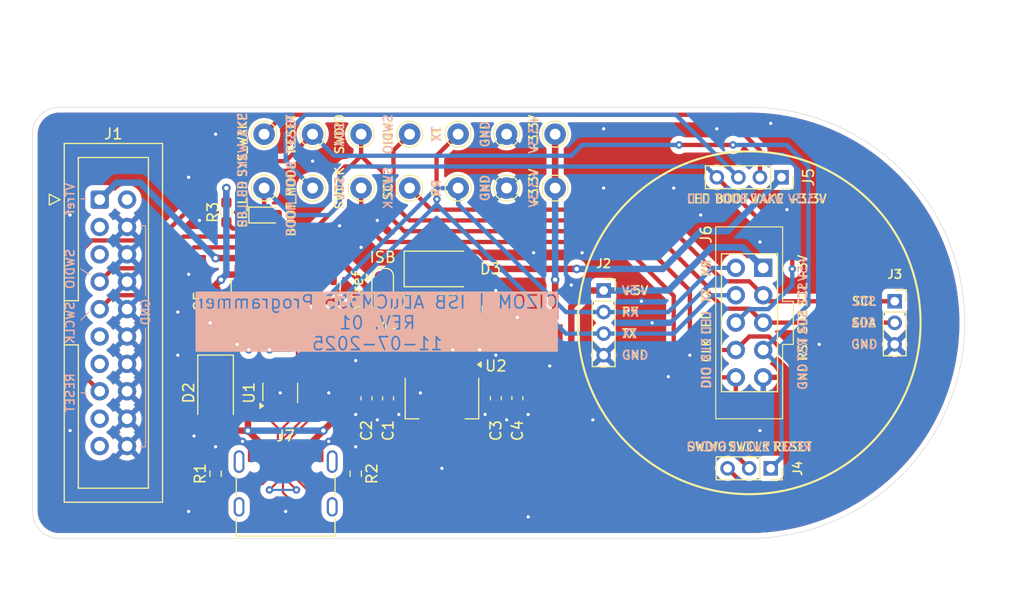
<source format=kicad_pcb>
(kicad_pcb (version 20241229) (generator "pcbnew") (generator_version "9.0")
  (layers (0 "F.Cu" signal) (2 "B.Cu" signal) (13 "F.Paste" user) (15 "B.Paste" user) (5 "F.SilkS" user "F.Silkscreen") (7 "B.SilkS" user "B.Silkscreen") (1 "F.Mask" user) (3 "B.Mask" user) (25 "Edge.Cuts" user))
  (net 0 "")
  (net 1 "VBUS")
  (net 2 "GND")
  (net 3 "+3.3V")
  (net 4 "SB_LED")
  (net 9 "SWDIO")
  (net 10 "RESET")
  (net 14 "+3.3VADC")
  (net 15 "SWCLK")
  (net 16 "TX")
  (net 17 "+5V")
  (net 18 "RX")
  (net 19 "SCL")
  (net 20 "SDA")
  (net 21 "+3.3VP")
  (net 22 "SYS_WAKE")
  (net 23 "BOOT_MODE")
  (net 24 "Net-(J7-CC2)")
  (net 26 "/D+")
  (net 30 "Net-(J7-CC1)")
  (net 32 "/D-")
  (net 45 "Net-(D1-A)")
  (net 46 "Net-(D3-K)")
  (net 47 "Net-(D4-K)")
  (footprint "Jumper:SolderJumper-3_P1.3mm_Open_RoundedPad1.0x1.5mm" (layer "F.Cu") (at 80.5 97 -90)
    (property "Reference" "JP1" (hide yes))
    (property "Value" "SolderJumper_3_Open")
  )
  (footprint "TestPoint:TestPoint_THTPad_D2.0mm_Drill1.0mm" (layer "F.Cu") (at 92 82.5)
    (property "Reference" "TP10" (hide yes))
    (property "Value" "GND")
  )
  (footprint "Capacitor_SMD:C_0603_1608Metric_Pad1.08x0.95mm_HandSolder" (layer "F.Cu") (at 65 98 -90)
    (property "Reference" "C5")
    (property "Value" "100nF")
  )
  (footprint "Resistor_SMD:R_0603_1608Metric_Pad0.98x0.95mm_HandSolder" (layer "F.Cu") (at 78 114 90)
    (property "Reference" "R2")
    (property "Value" "5.1K")
  )
  (footprint "TestPoint:TestPoint_THTPad_D2.0mm_Drill1.0mm" (layer "F.Cu") (at 96.5 82.5)
    (property "Reference" "TP8" (hide yes))
    (property "Value" "+3.3V")
  )
  (footprint "TestPoint:TestPoint_THTPad_D2.0mm_Drill1.0mm" (layer "F.Cu") (at 78.5 82.5)
    (property "Reference" "TP13" (hide yes))
    (property "Value" "SWDIO")
  )
  (footprint "Connector_PinSocket_2.00mm:PinSocket_1x03_P2.00mm_Vertical" (layer "F.Cu") (at 128 98)
    (property "Reference" "J3")
    (property "Value" "I2C")
  )
  (footprint "Package_TO_SOT_SMD:SOT-223-3_TabPin2" (layer "F.Cu") (at 86 107 -90)
    (property "Reference" "U2")
    (property "Value" "AMS1117-3.3")
  )
  (footprint "TestPoint:TestPoint_THTPad_D2.0mm_Drill1.0mm" (layer "F.Cu") (at 74 87.5)
    (property "Reference" "TP2" (hide yes))
    (property "Value" "BOOT_MODE")
  )
  (footprint "TestPoint:TestPoint_THTPad_D2.0mm_Drill1.0mm" (layer "F.Cu") (at 78.5 87.5)
    (property "Reference" "TP12" (hide yes))
    (property "Value" "SWCLK")
  )
  (footprint "TestPoint:TestPoint_THTPad_D2.0mm_Drill1.0mm" (layer "F.Cu") (at 74 82.5)
    (property "Reference" "TP11" (hide yes))
    (property "Value" "RESET")
  )
  (footprint "Connector_IDC:IDC-Header_2x10_P2.54mm_Vertical" (layer "F.Cu") (at 54.2475 88.57)
    (property "Reference" "J1")
    (property "Value" "miDAS-Link")
  )
  (footprint "TestPoint:TestPoint_THTPad_D2.0mm_Drill1.0mm" (layer "F.Cu") (at 96.5 87.5)
    (property "Reference" "TP14" (hide yes))
    (property "Value" "+3.3V")
  )
  (footprint "Connector_PinSocket_2.00mm:PinSocket_1x04_P2.00mm_Vertical" (layer "F.Cu") (at 117.5 86.5 -90)
    (property "Reference" "J5")
    (property "Value" "Control Pins")
  )
  (footprint "Diode_SMD:D_SMA" (layer "F.Cu") (at 86 95)
    (property "Reference" "D3")
    (property "Value" "SS34")
  )
  (footprint "Connector_PinSocket_2.00mm:PinSocket_1x04_P2.00mm_Vertical" (layer "F.Cu") (at 101 97)
    (property "Reference" "J2")
    (property "Value" "UART & Power")
  )
  (footprint "Package_SO:SOIC-16_3.9x9.9mm_P1.27mm" (layer "F.Cu") (at 71.5 98 90)
    (property "Reference" "U3")
    (property "Value" "CH340C")
  )
  (footprint "LED_SMD:LED_0603_1608Metric_Pad1.05x0.95mm_HandSolder" (layer "F.Cu") (at 69.75 90)
    (property "Reference" "D1" (hide yes))
    (property "Value" "LED")
  )
  (footprint "TestPoint:TestPoint_THTPad_D2.0mm_Drill1.0mm" (layer "F.Cu") (at 92 87.5)
    (property "Reference" "TP9" (hide yes))
    (property "Value" "GND")
  )
  (footprint "Capacitor_SMD:C_0603_1608Metric_Pad1.08x0.95mm_HandSolder" (layer "F.Cu") (at 93 107 -90)
    (property "Reference" "C4")
    (property "Value" "100nF")
  )
  (footprint "Capacitor_SMD:C_0603_1608Metric_Pad1.08x0.95mm_HandSolder" (layer "F.Cu") (at 81 107 -90)
    (property "Reference" "C1")
    (property "Value" "100nF")
  )
  (footprint "Resistor_SMD:R_0603_1608Metric_Pad0.98x0.95mm_HandSolder" (layer "F.Cu") (at 65 114 90)
    (property "Reference" "R1")
    (property "Value" "5.1K")
  )
  (footprint "TestPoint:TestPoint_THTPad_D2.0mm_Drill1.0mm" (layer "F.Cu") (at 83 82.5)
    (property "Reference" "TP7" (hide yes))
    (property "Value" "SDA")
  )
  (footprint "TestPoint:TestPoint_THTPad_D2.0mm_Drill1.0mm" (layer "F.Cu") (at 83 87.5)
    (property "Reference" "TP6" (hide yes))
    (property "Value" "SCL")
  )
  (footprint "OGS_BASE:PinSocket_2x05_P2.54mm_Vertical-idc" (layer "F.Cu") (at 115.8 94.9)
    (property "Reference" "J6")
    (property "Value" "Conn_02x05_Odd_Even")
  )
  (footprint "TestPoint:TestPoint_THTPad_D2.0mm_Drill1.0mm" (layer "F.Cu") (at 87.5 87.5)
    (property "Reference" "TP4" (hide yes))
    (property "Value" "RX")
  )
  (footprint "Capacitor_SMD:C_0603_1608Metric_Pad1.08x0.95mm_HandSolder" (layer "F.Cu") (at 79 107 -90)
    (property "Reference" "C2")
    (property "Value" "10uF")
  )
  (footprint "Capacitor_SMD:C_0603_1608Metric_Pad1.08x0.95mm_HandSolder" (layer "F.Cu") (at 91 107 -90)
    (property "Reference" "C3")
    (property "Value" "10uF")
  )
  (footprint "Package_TO_SOT_SMD:SOT-23-6_Handsoldering" (layer "F.Cu") (at 71 106.5 90)
    (property "Reference" "U1")
    (property "Value" "SRV05-4")
  )
  (footprint "Diode_SMD:D_SMA" (layer "F.Cu") (at 65 106.5 -90)
    (property "Reference" "D2")
    (property "Value" "SS34")
  )
  (footprint "Resistor_SMD:R_0603_1608Metric_Pad0.98x0.95mm_HandSolder" (layer "F.Cu") (at 66 89.75 -90)
    (property "Reference" "R3")
    (property "Value" "330")
  )
  (footprint "TestPoint:TestPoint_THTPad_D2.0mm_Drill1.0mm" (layer "F.Cu") (at 87.5 82.5)
    (property "Reference" "TP5" (hide yes))
    (property "Value" "TX")
  )
  (footprint "Connector_PinSocket_2.00mm:PinSocket_1x03_P2.00mm_Vertical" (layer "F.Cu") (at 116.5 113.5 -90)
    (property "Reference" "J4")
    (property "Value" "Programming")
  )
  (footprint "Connector_USB:USB_C_Receptacle_G-Switch_GT-USB-7010ASV" (layer "F.Cu") (at 71.5 116)
    (property "Reference" "J7")
    (property "Value" "USB_C_Receptacle_USB2.0_16P")
  )
  (footprint "TestPoint:TestPoint_THTPad_D2.0mm_Drill1.0mm" (layer "F.Cu") (at 69.5 87.5)
    (property "Reference" "TP3" (hide yes))
    (property "Value" "SB_LED")
  )
  (footprint "Diode_SMD:D_SMA" (layer "F.Cu") (at 86 99)
    (property "Reference" "D4")
    (property "Value" "SS34")
  )
  (footprint "TestPoint:TestPoint_THTPad_D2.0mm_Drill1.0mm" (layer "F.Cu") (at 69.5 82.5)
    (property "Reference" "TP1" (hide yes))
    (property "Value" "SYS_WAKE")
  )
  (gr_circle (center 114.5 99.995) (end 114.5 84.095) (stroke (width 0.2)) (fill no) (layer "F.SilkS"))
  (gr_line (start 58.5 91) (end 58.5 97.5) (stroke (width 0.1)) (layer "B.SilkS"))
  (gr_line (start 58.5 100.5) (end 58.5 111.5) (stroke (width 0.1)) (layer "B.SilkS"))
  (gr_line (start 53.25 99) (end 52.5 99.75) (stroke (width 0.1)) (layer "B.SilkS"))
  (gr_line (start 53 88.5) (end 52.5 88.5) (stroke (width 0.1)) (layer "B.SilkS"))
  (gr_line (start 53.25 95.5) (end 52.5 95) (stroke (width 0.1)) (layer "B.SilkS"))
  (gr_line (start 53 106.5) (end 52.5 106.5) (stroke (width 0.1)) (layer "B.SilkS"))
  (gr_line (start 58 91) (end 58.5 91) (stroke (width 0.1)) (layer "B.SilkS"))
  (gr_line (start 58.5 111.5) (end 58 111.5) (stroke (width 0.1)) (layer "B.SilkS"))
  (gr_arc (start 50.5 120) (mid 48.732233 119.267767) (end 48 117.5) (stroke (width 0.05)) (layer "Edge.Cuts"))
  (gr_arc (start 114.5 80) (mid 134.5 100) (end 114.5 120) (stroke (width 0.05)) (layer "Edge.Cuts"))
  (gr_arc (start 48 82.5) (mid 48.732233 80.732233) (end 50.5 80) (stroke (width 0.05)) (layer "Edge.Cuts"))
  (gr_line (start 48 82.5) (end 48 117.5) (stroke (width 0.05)) (layer "Edge.Cuts"))
  (gr_line (start 50.5 120) (end 114.5 120) (stroke (width 0.05)) (layer "Edge.Cuts"))
  (gr_line (start 114.5 80) (end 50.5 80) (stroke (width 0.05)) (layer "Edge.Cuts"))
  (gr_text "SCL" (at 126.35 98 0) (layer "F.SilkS") (effects (font (size 0.8 0.8) (thickness 0.15) (bold yes)) (justify right)))
  (gr_text "GND" (at 102.6 103 -0) (layer "F.SilkS") (effects (font (size 0.8 0.8) (thickness 0.15) (bold yes)) (justify left)))
  (gr_text "SCL" (at 119 97.38 -270) (layer "F.SilkS") (effects (font (size 0.8 0.8) (thickness 0.15) (bold yes)) (justify top)))
  (gr_text "CLK" (at 111 102.54 -270) (layer "F.SilkS") (effects (font (size 0.8 0.8) (thickness 0.15) (bold yes)) (justify bottom)))
  (gr_text "DIO" (at 111 105.08 -270) (layer "F.SilkS") (effects (font (size 0.8 0.8) (thickness 0.15) (bold yes)) (justify bottom)))
  (gr_text "+3.3V" (at 118 88.5 0) (layer "F.SilkS") (effects (font (size 0.8 0.8) (thickness 0.15) (bold yes)) (justify left)))
  (gr_text "GND" (at 126.5 102 -0) (layer "F.SilkS") (effects (font (size 0.8 0.8) (thickness 0.15) (bold yes)) (justify right)))
  (gr_text "SWDIO" (at 112.5 111.5 0) (layer "F.SilkS") (effects (font (size 0.8 0.8) (thickness 0.15) (bold yes)) (justify right)))
  (gr_text "SDA" (at 119 99.92 -270) (layer "F.SilkS") (effects (font (size 0.8 0.8) (thickness 0.15) (bold yes)) (justify top)))
  (gr_text "WAKE" (at 114.5 88.5 0) (layer "F.SilkS") (effects (font (size 0.8 0.8) (thickness 0.15) (bold yes)) (justify left)))
  (gr_text "LED" (at 111 100 -270) (layer "F.SilkS") (effects (font (size 0.8 0.8) (thickness 0.15) (bold yes)) (justify bottom)))
  (gr_text "RX" (at 111 94.92 -270) (layer "F.SilkS") (effects (font (size 0.8 0.8) (thickness 0.15) (bold yes)) (justify bottom)))
  (gr_text "+5V" (at 102.6 97 0) (layer "F.SilkS") (effects (font (size 0.8 0.8) (thickness 0.15) (bold yes)) (justify left)))
  (gr_text "GND" (at 119 105 -270) (layer "F.SilkS") (effects (font (size 0.8 0.8) (thickness 0.15) (bold yes)) (justify top)))
  (gr_text "SDA" (at 126.35 100 -0) (layer "F.SilkS") (effects (font (size 0.8 0.8) (thickness 0.15) (bold yes)) (justify right)))
  (gr_text "VTref" (at 78.75 97 90) (layer "F.SilkS") (effects (font (size 1 1)) (justify bottom)))
  (gr_text "RST" (at 119 102.46 -270) (layer "F.SilkS") (effects (font (size 0.8 0.8) (thickness 0.15) (bold yes)) (justify top)))
  (gr_text "BOOT" (at 114.5 88.5 0) (layer "F.SilkS") (effects (font (size 0.8 0.8) (thickness 0.15) (bold yes)) (justify right)))
  (gr_text "LED" (at 111 88.5 0) (layer "F.SilkS") (effects (font (size 0.8 0.8) (thickness 0.15) (bold yes)) (justify right)))
  (gr_text "SWCLK" (at 114.5 111.5 0) (layer "F.SilkS") (effects (font (size 0.8 0.8) (thickness 0.15) (bold yes))))
  (gr_text "TX" (at 102.6 101 0) (layer "F.SilkS") (effects (font (size 0.8 0.8) (thickness 0.15) (bold yes)) (justify left)))
  (gr_text "ISB" (at 80.5 94.5 0) (layer "F.SilkS") (effects (font (size 1 1)) (justify bottom)))
  (gr_text "RX" (at 102.6 99 -0) (layer "F.SilkS") (effects (font (size 0.8 0.8) (thickness 0.15) (bold yes)) (justify left)))
  (gr_text "RESET" (at 116.6 111.5 0) (layer "F.SilkS") (effects (font (size 0.8 0.8) (thickness 0.15) (bold yes)) (justify left)))
  (gr_text "AMS" (at 80.5 99.5 0) (layer "F.SilkS") (effects (font (size 1 1)) (justify top)))
  (gr_text "TX" (at 111 97.46 -270) (layer "F.SilkS") (effects (font (size 0.8 0.8) (thickness 0.15) (bold yes)) (justify bottom)))
  (gr_text "+5V" (at 119 94.92 -270) (layer "F.SilkS") (effects (font (size 0.8 0.8) (thickness 0.15) (bold yes)) (justify top)))
  (gr_text "RX" (at 111 94.92 -270) (layer "B.SilkS") (effects (font (size 0.8 0.8) (thickness 0.15) (bold yes)) (justify bottom mirror)))
  (gr_text "GND" (at 58.5 99 90) (layer "B.SilkS") (effects (font (size 0.8 0.8) (thickness 0.15) (bold yes)) (justify mirror)))
  (gr_text "SCL" (at 119 97.38 -270) (layer "B.SilkS") (effects (font (size 0.8 0.8) (thickness 0.15) (bold yes)) (justify top mirror)))
  (gr_text "SDA" (at 126.35 100 -0) (layer "B.SilkS") (effects (font (size 0.8 0.8) (thickness 0.15) (bold yes)) (justify left mirror)))
  (gr_text "CLK" (at 111 102.54 -270) (layer "B.SilkS") (effects (font (size 0.8 0.8) (thickness 0.15) (bold yes)) (justify bottom mirror)))
  (gr_text "RST" (at 119 102.46 -270) (layer "B.SilkS") (effects (font (size 0.8 0.8) (thickness 0.15) (bold yes)) (justify top mirror)))
  (gr_text "WAKE" (at 114.5 88.5 0) (layer "B.SilkS") (effects (font (size 0.8 0.8) (thickness 0.15) (bold yes)) (justify right mirror)))
  (gr_text "GND" (at 90 87.5 90) (layer "B.SilkS") (effects (font (size 0.8 0.8) (thickness 0.15) (bold yes)) (justify mirror)))
  (gr_text "SCL" (at 76.5 87.5 90) (layer "B.SilkS") (effects (font (size 0.8 0.8) (thickness 0.15) (bold yes)) (justify mirror)))
  (gr_text "SWDIO" (at 81 82.5 90) (layer "B.SilkS") (effects (font (size 0.8 0.8) (thickness 0.15) (bold yes)) (justify mirror)))
  (gr_text "GND" (at 102.6 103 -0) (layer "B.SilkS") (effects (font (size 0.8 0.8) (thickness 0.15) (bold yes)) (justify right mirror)))
  (gr_text "BOOT" (at 114.5 88.5 0) (layer "B.SilkS") (effects (font (size 0.8 0.8) (thickness 0.15) (bold yes)) (justify left mirror)))
  (gr_text "RESET" (at 72 82.5 90) (layer "B.SilkS") (effects (font (size 0.8 0.8) (thickness 0.15) (bold yes)) (justify mirror)))
  (gr_text "SDA" (at 119 99.92 -270) (layer "B.SilkS") (effects (font (size 0.8 0.8) (thickness 0.15) (bold yes)) (justify top mirror)))
  (gr_text "LED" (at 111 100 -270) (layer "B.SilkS") (effects (font (size 0.8 0.8) (thickness 0.15) (bold yes)) (justify bottom mirror)))
  (gr_text "RESET" (at 116.6 111.5 0) (layer "B.SilkS") (effects (font (size 0.8 0.8) (thickness 0.15) (bold yes)) (justify right mirror)))
  (gr_text "SWDIO" (at 51.5 95 90) (layer "B.SilkS") (effects (font (size 0.8 0.8)) (justify mirror)))
  (gr_text "SWCLK" (at 81 87.5 90) (layer "B.SilkS") (effects (font (size 0.8 0.8) (thickness 0.15) (bold yes)) (justify mirror)))
  (gr_text "+3.3V" (at 118 88.5 0) (layer "B.SilkS") (effects (font (size 0.8 0.8) (thickness 0.15) (bold yes)) (justify right mirror)))
  (gr_text "GND" (at 90 82.5 90) (layer "B.SilkS") (effects (font (size 0.8 0.8) (thickness 0.15) (bold yes)) (justify mirror)))
  (gr_text "SCL" (at 126.35 98 0) (layer "B.SilkS") (effects (font (size 0.8 0.8) (thickness 0.15) (bold yes)) (justify left mirror)))
  (gr_text "SB_LED" (at 67.5 89 90) (layer "B.SilkS") (effects (font (size 0.8 0.8) (thickness 0.15) (bold yes)) (justify mirror)))
  (gr_text "+5V" (at 119 94.92 -270) (layer "B.SilkS") (effects (font (size 0.8 0.8) (thickness 0.15) (bold yes)) (justify top mirror)))
  (gr_text "SWDIO" (at 112.5 111.5 0) (layer "B.SilkS") (effects (font (size 0.8 0.8) (thickness 0.15) (bold yes)) (justify left mirror)))
  (gr_text "SYS_WAKE" (at 67.5 83.5 90) (layer "B.SilkS") (effects (font (size 0.8 0.8) (thickness 0.15) (bold yes)) (justify mirror)))
  (gr_text "SWCLK" (at 114.5 111.5 0) (layer "B.SilkS") (effects (font (size 0.8 0.8) (thickness 0.15) (bold yes)) (justify mirror)))
  (gr_text "LED" (at 111 88.5 0) (layer "B.SilkS") (effects (font (size 0.8 0.8) (thickness 0.15) (bold yes)) (justify left mirror)))
  (gr_text "SDA" (at 76.5 82.5 90) (layer "B.SilkS") (effects (font (size 0.8 0.8) (thickness 0.15) (bold yes)) (justify mirror)))
  (gr_text "GND" (at 119 105 -270) (layer "B.SilkS") (effects (font (size 0.8 0.8) (thickness 0.15) (bold yes)) (justify top mirror)))
  (gr_text "+3.3V" (at 94.5 82.5 90) (layer "B.SilkS") (effects (font (size 0.8 0.8) (thickness 0.15) (bold yes)) (justify mirror)))
  (gr_text "+5V" (at 102.6 97 0) (layer "B.SilkS") (effects (font (size 0.8 0.8) (thickness 0.15) (bold yes)) (justify right mirror)))
  (gr_text "OIZOM | ISB ADuCM355 Programmer\nREV. 01\n11-07-2025" (at 80 100 0) (layer "B.SilkS" knockout) (effects (font (size 1.2 1.2)) (justify mirror)))
  (gr_text "TX" (at 85.5 82.5 90) (layer "B.SilkS") (effects (font (size 0.8 0.8) (thickness 0.15) (bold yes)) (justify mirror)))
  (gr_text "SWCLK" (at 51.5 100 90) (layer "B.SilkS") (effects (font (size 0.8 0.8)) (justify mirror)))
  (gr_text "TX" (at 102.6 101 0) (layer "B.SilkS") (effects (font (size 0.8 0.8) (thickness 0.15) (bold yes)) (justify right mirror)))
  (gr_text "RX" (at 85.5 87.5 90) (layer "B.SilkS") (effects (font (size 0.8 0.8) (thickness 0.15) (bold yes)) (justify mirror)))
  (gr_text "TX" (at 111 97.46 -270) (layer "B.SilkS") (effects (font (size 0.8 0.8) (thickness 0.15) (bold yes)) (justify bottom mirror)))
  (gr_text "RESET" (at 51.5 106.5 90) (layer "B.SilkS") (effects (font (size 0.8 0.8)) (justify mirror)))
  (gr_text "VTref" (at 51.5 88.5 90) (layer "B.SilkS") (effects (font (size 0.8 0.8)) (justify mirror)))
  (gr_text "BOOT_MODE" (at 72 88.5 90) (layer "B.SilkS") (effects (font (size 0.8 0.8) (thickness 0.15) (bold yes)) (justify mirror)))
  (gr_text "DIO" (at 111 105.08 -270) (layer "B.SilkS") (effects (font (size 0.8 0.8) (thickness 0.15) (bold yes)) (justify bottom mirror)))
  (gr_text "+3.3V" (at 94.5 87.5 90) (layer "B.SilkS") (effects (font (size 0.8 0.8) (thickness 0.15) (bold yes)) (justify mirror)))
  (gr_text "GND" (at 126.5 102 -0) (layer "B.SilkS") (effects (font (size 0.8 0.8) (thickness 0.15) (bold yes)) (justify left mirror)))
  (gr_text "RX" (at 102.6 99 -0) (layer "B.SilkS") (effects (font (size 0.8 0.8) (thickness 0.15) (bold yes)) (justify right mirror)))
  (segment (start 69.1 111.1) (end 68 110) (width 0.6) (layer "F.Cu") (net 1))
  (segment (start 68 110) (end 66.5 110) (width 0.6) (layer "F.Cu") (net 1))
  (segment (start 70.379999 103.75) (end 71 104.370001) (width 0.6) (layer "F.Cu") (net 1))
  (segment (start 66.5 110) (end 65 108.5) (width 0.6) (layer "F.Cu") (net 1))
  (segment (start 81 106.1375) (end 81.4125 106.1375) (width 0.6) (layer "F.Cu") (net 1))
  (segment (start 68 110) (end 68 104.5) (width 0.6) (layer "F.Cu") (net 1))
  (segment (start 78.8625 106.1375) (end 81 106.1375) (width 0.6) (layer "F.Cu") (net 1))
  (segment (start 73.9 111.1) (end 73.9 112.275) (width 0.6) (layer "F.Cu") (net 1))
  (segment (start 81.4125 106.1375) (end 83.7 103.85) (width 0.6) (layer "F.Cu") (net 1))
  (segment (start 69.1 112.275) (end 69.1 111.1) (width 0.6) (layer "F.Cu") (net 1))
  (segment (start 75 110) (end 73.9 111.1) (width 0.6) (layer "F.Cu") (net 1))
  (segment (start 75 110) (end 78.5 106.5) (width 0.6) (layer "F.Cu") (net 1))
  (segment (start 68 104.5) (end 68.75 103.75) (width 0.6) (layer "F.Cu") (net 1))
  (segment (start 78.5 106.5) (end 78.8625 106.1375) (width 0.6) (layer "F.Cu") (net 1))
  (segment (start 68.75 103.75) (end 70.379999 103.75) (width 0.6) (layer "F.Cu") (net 1))
  (segment (start 78.8625 106.1375) (end 79 106.1375) (width 0.6) (layer "F.Cu") (net 1))
  (segment (start 71 104.370001) (end 71 105.15) (width 0.6) (layer "F.Cu") (net 1))
  (via (at 75 110) (size 0.8) (drill 0.4) (layers "F.Cu" "B.Cu") (net 1))
  (via (at 68 110) (size 0.8) (drill 0.4) (layers "F.Cu" "B.Cu") (net 1))
  (segment (start 68 110) (end 75 110) (width 0.6) (layer "B.Cu") (net 1))
  (segment (start 74.7 111.8) (end 75.5 111) (width 0.4) (layer "F.Cu") (net 2))
  (segment (start 87 102.5) (end 87 102.55) (width 0.4) (layer "F.Cu") (net 2))
  (segment (start 88.3 103.7) (end 89.5 102.5) (width 0.4) (layer "F.Cu") (net 2))
  (segment (start 68.3 111.8) (end 67.5 111) (width 0.4) (layer "F.Cu") (net 2))
  (segment (start 88.3 103.85) (end 88.3 103.7) (width 0.4) (layer "F.Cu") (net 2))
  (segment (start 87 102.55) (end 88.3 103.85) (width 0.4) (layer "F.Cu") (net 2))
  (segment (start 68.3 112.275) (end 68.3 111.8) (width 0.4) (layer "F.Cu") (net 2))
  (segment (start 74.7 112.275) (end 74.7 111.8) (width 0.4) (layer "F.Cu") (net 2))
  (segment (start 71 106.5) (end 71 107.85) (width 0.4) (layer "F.Cu") (net 2))
  (via (at 51.5 110) (size 0.7) (drill 0.3) (layers "F.Cu" "B.Cu") (net 2))
  (via (at 82 108.5) (size 0.7) (drill 0.3) (layers "F.Cu" "B.Cu") (net 2))
  (via (at 89.5 102.5) (size 0.7) (drill 0.3) (layers "F.Cu" "B.Cu") (net 2))
  (via (at 78 108.5) (size 0.7) (drill 0.3) (layers "F.Cu" "B.Cu") (net 2))
  (via (at 101 82) (size 0.7) (drill 0.3) (layers "F.Cu" "B.Cu") (net 2))
  (via (at 109 103) (size 0.7) (drill 0.3) (layers "F.Cu" "B.Cu") (net 2))
  (via (at 75.5 106.5) (size 0.7) (drill 0.3) (layers "F.Cu" "B.Cu") (net 2))
  (via (at 63.5 90.5) (size 0.7) (drill 0.3) (layers "F.Cu" "B.Cu") (net 2))
  (via (at 91 103) (size 0.7) (drill 0.3) (layers "F.Cu" "B.Cu") (net 2))
  (via (at 61.5 99) (size 0.7) (drill 0.3) (layers "F.Cu" "B.Cu") (net 2))
  (via (at 78.5 93) (size 0.7) (drill 0.3) (layers "F.Cu" "B.Cu") (net 2))
  (via (at 115.5 110) (size 0.7) (drill 0.3) (layers "F.Cu" "B.Cu") (net 2))
  (via (at 104.5 98) (size 0.7) (drill 0.3) (layers "F.Cu" "B.Cu") (net 2))
  (via (at 76.5 91) (size 0.7) (drill 0.3) (layers "F.Cu" "B.Cu") (net 2))
  (via (at 51.5 90) (size 0.7) (drill 0.3) (layers "F.Cu" "B.Cu") (net 2))
  (via (at 107 105) (size 0.7) (drill 0.3) (layers "F.Cu" "B.Cu") (net 2))
  (via (at 99 93.5) (size 0.7) (drill 0.3) (layers "F.Cu" "B.Cu") (net 2))
  (via (at 84 106.5) (size 0.7) (drill 0.3) (layers "F.Cu" "B.Cu") (net 2))
  (via (at 61.5 103) (size 0.7) (drill 0.3) (layers "F.Cu" "B.Cu") (net 2))
  (via (at 63 110.5) (size 0.7) (drill 0.3) (layers "F.Cu" "B.Cu") (net 2))
  (via (at 111.5 82) (size 0.7) (drill 0.3) (layers "F.Cu" "B.Cu") (net 2))
  (via (at 87 102.5) (size 0.7) (drill 0.3) (layers "F.Cu" "B.Cu") (net 2))
  (via (at 86 113.5) (size 0.7) (drill 0.3) (layers "F.Cu" "B.Cu") (net 2))
  (via (at 74 85) (size 0.7) (drill 0.3) (layers "F.Cu" "B.Cu") (net 2))
  (via (at 91 97) (size 0.7) (drill 0.3) (layers "F.Cu" "B.Cu") (net 2))
  (via (at 107.5 87.5) (size 0.7) (drill 0.3) (layers "F.Cu" "B.Cu") (net 2))
  (via (at 115.5 92.5) (size 0.7) (drill 0.3) (layers "F.Cu" "B.Cu") (net 2))
  (via (at 101 87.5) (size 0.7) (drill 0.3) (layers "F.Cu" "B.Cu") (net 2))
  (via (at 62.5 117.5) (size 0.7) (drill 0.3) (layers "F.Cu" "B.Cu") (net 2))
  (via (at 100 109) (size 0.7) (drill 0.3) (layers "F.Cu" "B.Cu") (net 2))
  (via (at 92 109) (size 0.7) (drill 0.3) (layers "F.Cu" "B.Cu") (net 2))
  (via (at 78 111.5) (size 0.7) (drill 0.3) (layers "F.Cu" "B.Cu") (net 2))
  (via (at 78 103.5) (size 0.7) (drill 0.3) (layers "F.Cu" "B.Cu") (net 2))
  (via (at 121 102) (size 0.7) (drill 0.3) (layers "F.Cu" "B.Cu") (net 2))
  (via (at 75.5 111) (size 0.7) (drill 0.3) (layers "F.Cu" "B.Cu") (net 2))
  (via (at 116.5 81.5) (size 0.7) (drill 0.3) (layers "F.Cu" "B.Cu") (net 2))
  (via (at 62.5 86.5) (size 0.7) (drill 0.3) (layers "F.Cu" "B.Cu") (net 2))
  (via (at 94 108.5) (size 0.7) (drill 0.3) (layers "F.Cu" "B.Cu") (net 2))
  (via (at 98 96.5) (size 0.7) (drill 0.3) (layers "F.Cu" "B.Cu") (net 2))
  (via (at 110 90) (size 0.7) (drill 0.3) (layers "F.Cu" "B.Cu") (net 2))
  (via (at 96 104) (size 0.7) (drill 0.3) (layers "F.Cu" "B.Cu") (net 2))
  (via (at 90 108.5) (size 0.7) (drill 0.3) (layers "F.Cu" "B.Cu") (net 2))
  (via (at 94 118) (size 0.7) (drill 0.3) (layers "F.Cu" "B.Cu") (net 2))
  (via (at 80 109) (size 0.7) (drill 0.3) (layers "F.Cu" "B.Cu") (net 2))
  (via (at 93 99.5) (size 0.7) (drill 0.3) (layers "F.Cu" "B.Cu") (net 2))
  (via (at 67 102) (size 0.7) (drill 0.3) (layers "F.Cu" "B.Cu") (net 2))
  (via (at 65 82.5) (size 0.7) (drill 0.3) (layers "F.Cu" "B.Cu") (net 2))
  (via (at 94.5 93.5) (size 0.7) (drill 0.3) (layers "F.Cu" "B.Cu") (net 2))
  (via (at 67.5 111) (size 0.7) (drill 0.3) (layers "F.Cu" "B.Cu") (net 2))
  (via (at 105.5 100) (size 0.7) (drill 0.3) (layers "F.Cu" "B.Cu") (net 2))
  (via (at 71 106.5) (size 0.7) (drill 0.3) (layers "F.Cu" "B.Cu") (net 2))
  (via (at 65 111.5) (size 0.7) (drill 0.3) (layers "F.Cu" "B.Cu") (net 2))
  (via (at 118 89.5) (size 0.7) (drill 0.3) (layers "F.Cu" "B.Cu") (net 2))
  (via (at 62.5 95.5) (size 0.7) (drill 0.3) (layers "F.Cu" "B.Cu") (net 2))
  (via (at 64.5 100) (size 0.7) (drill 0.3) (layers "F.Cu" "B.Cu") (net 2))
  (via (at 71.5 117.5) (size 0.7) (drill 0.3) (layers "F.Cu" "B.Cu") (net 2))
  (via (at 80 90.5) (size 0.7) (drill 0.3) (layers "F.Cu" "B.Cu") (net 2))
  (segment (start 70 98) (end 70.865 98.865) (width 0.6) (layer "F.Cu") (net 3))
  (segment (start 65 97.1375) (end 65.8625 98) (width 0.6) (layer "F.Cu") (net 3))
  (segment (start 96.5 99.5) (end 93 103) (width 0.6) (layer "F.Cu") (net 3))
  (segment (start 96.5 82.5) (end 96.5 87.5) (width 0.6) (layer "F.Cu") (net 3))
  (segment (start 65.5 96) (end 65.975 95.525) (width 0.6) (layer "F.Cu") (net 3))
  (segment (start 96.5 96) (end 96.5 99.5) (width 0.6) (layer "F.Cu") (net 3))
  (segment (start 65.8625 98) (end 70 98) (width 0.6) (layer "F.Cu") (net 3))
  (segment (start 80 101.5) (end 76.5 98) (width 0.6) (layer "F.Cu") (net 3))
  (segment (start 91.5 101.5) (end 88 101.5) (width 0.6) (layer "F.Cu") (net 3))
  (segment (start 88 99) (end 88 101.5) (width 0.6) (layer "F.Cu") (net 3))
  (segment (start 93 106.1375) (end 91 106.1375) (width 0.6) (layer "F.Cu") (net 3))
  (segment (start 65.975 95.525) (end 67.055 95.525) (width 0.6) (layer "F.Cu") (net 3))
  (segment (start 71.73 98) (end 70.865 98.865) (width 0.6) (layer "F.Cu") (net 3))
  (segment (start 88 101.5) (end 80 101.5) (width 0.6) (layer "F.Cu") (net 3))
  (segment (start 93 103) (end 91.5 101.5) (width 0.6) (layer "F.Cu") (net 3))
  (segment (start 66 87.5) (end 66 88.8375) (width 0.6) (layer "F.Cu") (net 3))
  (segment (start 86 110.15) (end 86 106) (width 0.6) (layer "F.Cu") (net 3))
  (segment (start 65 97.1375) (end 65 96.5) (width 0.6) (layer "F.Cu") (net 3))
  (segment (start 93 106.1375) (end 93 103) (width 0.6) (layer "F.Cu") (net 3))
  (segment (start 76.5 98) (end 71.73 98) (width 0.6) (layer "F.Cu") (net 3))
  (segment (start 86.1375 106.1375) (end 86 106) (width 0.6) (layer "F.Cu") (net 3))
  (segment (start 86 106) (end 86 103.85) (width 0.6) (layer "F.Cu") (net 3))
  (segment (start 91 106.1375) (end 86.1375 106.1375) (width 0.6) (layer "F.Cu") (net 3))
  (segment (start 70.865 98.865) (end 70.865 100.475) (width 0.6) (layer "F.Cu") (net 3))
  (segment (start 65 96.5) (end 65.5 96) (width 0.6) (layer "F.Cu") (net 3))
  (via (at 66 87.5) (size 0.8) (drill 0.4) (layers "F.Cu" "B.Cu") (net 3))
  (via (at 65.5 96) (size 0.8) (drill 0.4) (layers "F.Cu" "B.Cu") (net 3))
  (via (at 96.5 96) (size 0.8) (drill 0.4) (layers "F.Cu" "B.Cu") (net 3))
  (segment (start 66 87.5) (end 66 95.5) (width 0.6) (layer "B.Cu") (net 3))
  (segment (start 66 95.5) (end 65.5 96) (width 0.6) (layer "B.Cu") (net 3))
  (segment (start 96.5 87.5) (end 96.5 96) (width 0.6) (layer "B.Cu") (net 3))
  (segment (start 69.5 89.375) (end 69.5 87.5) (width 0.4) (layer "F.Cu") (net 4))
  (segment (start 118.5 93.5) (end 118.5 95) (width 0.4) (layer "F.Cu") (net 4))
  (segment (start 111.5 86.5) (end 118.5 93.5) (width 0.4) (layer "F.Cu") (net 4))
  (segment (start 68.875 90) (end 69.5 89.375) (width 0.4) (layer "F.Cu") (net 4))
  (via (at 118.5 95) (size 0.7) (drill 0.3) (layers "F.Cu" "B.Cu") (net 4))
  (segment (start 116.280182 98.729) (end 114.511 98.729) (width 0.4) (layer "B.Cu") (net 4))
  (segment (start 118.5 96.509182) (end 116.280182 98.729) (width 0.4) (layer "B.Cu") (net 4))
  (segment (start 72 90) (end 69.5 87.5) (width 0.4) (layer "B.Cu") (net 4))
  (segment (start 76.5 86.5) (end 76.5 89) (width 0.4) (layer "B.Cu") (net 4))
  (segment (start 76.5 89) (end 75.5 90) (width 0.4) (layer "B.Cu") (net 4))
  (segment (start 110.5 85.5) (end 77.5 85.5) (width 0.4) (layer "B.Cu") (net 4))
  (segment (start 111.5 86.5) (end 110.5 85.5) (width 0.4) (layer "B.Cu") (net 4))
  (segment (start 118.5 95) (end 118.5 96.509182) (width 0.4) (layer "B.Cu") (net 4))
  (segment (start 75.5 90) (end 72 90) (width 0.4) (layer "B.Cu") (net 4))
  (segment (start 114.511 98.729) (end 113.26 99.98) (width 0.4) (layer "B.Cu") (net 4))
  (segment (start 77.5 85.5) (end 76.5 86.5) (width 0.4) (layer "B.Cu") (net 4))
  (segment (start 79.5 85.5) (end 80 85.5) (width 0.4) (layer "F.Cu") (net 9))
  (segment (start 103.5 91.5) (end 109 97) (width 0.4) (layer "F.Cu") (net 9))
  (segment (start 82.5 91.5) (end 103.5 91.5) (width 0.4) (layer "F.Cu") (net 9))
  (segment (start 80.5 89.5) (end 82.5 91.5) (width 0.4) (layer "F.Cu") (net 9))
  (segment (start 73.5 92) (end 62 92) (width 0.4) (layer "F.Cu") (net 9))
  (segment (start 112.5 113.5) (end 114 115) (width 0.4) (layer "F.Cu") (net 9))
  (segment (start 78.5 84.5) (end 78.5 82.5) (width 0.4) (layer "F.Cu") (net 9))
  (segment (start 117.152 115) (end 119 113.152) (width 0.4) (layer "F.Cu") (net 9))
  (segment (start 76.5 86) (end 76.5 89) (width 0.4) (layer "F.Cu") (net 9))
  (segment (start 110.5 102.5) (end 110.5 102.52) (width 0.4) (layer "F.Cu") (net 9))
  (segment (start 77.5 85.5) (end 77 85.5) (width 0.4) (layer "F.Cu") (net 9))
  (segment (start 80 85.5) (end 80.5 86) (width 0.4) (layer "F.Cu") (net 9))
  (segment (start 76.5 89) (end 73.5 92) (width 0.4) (layer "F.Cu") (net 9))
  (segment (start 80.5 86) (end 80.5 89.5) (width 0.4) (layer "F.Cu") (net 9))
  (segment (start 78.5 84.5) (end 77.5 85.5) (width 0.4) (layer "F.Cu") (net 9))
  (segment (start 78.5 84.5) (end 79.5 85.5) (width 0.4) (layer "F.Cu") (net 9))
  (segment (start 116.318182 101.269) (end 114.511 101.269) (width 0.4) (layer "F.Cu") (net 9))
  (segment (start 109 101) (end 110.5 102.5) (width 0.4) (layer "F.Cu") (net 9))
  (segment (start 109 97) (end 109 101) (width 0.4) (layer "F.Cu") (net 9))
  (segment (start 110.5 102.52) (end 113.26 102.52) (width 0.4) (layer "F.Cu") (net 9))
  (segment (start 119 113.152) (end 119 103.950818) (width 0.4) (layer "F.Cu") (net 9))
  (segment (start 59.061 94.939) (end 55.4985 94.939) (width 0.4) (layer "F.Cu") (net 9))
  (segment (start 62 92) (end 59.061 94.939) (width 0.4) (layer "F.Cu") (net 9))
  (segment (start 114 115) (end 117.152 115) (width 0.4) (layer "F.Cu") (net 9))
  (segment (start 55.4985 94.939) (end 54.2475 96.19) (width 0.4) (layer "F.Cu") (net 9))
  (segment (start 114.511 101.269) (end 113.26 102.52) (width 0.4) (layer "F.Cu") (net 9))
  (segment (start 119 103.950818) (end 116.318182 101.269) (width 0.4) (layer "F.Cu") (net 9))
  (segment (start 77 85.5) (end 76.5 86) (width 0.4) (layer "F.Cu") (net 9))
  (segment (start 59.639 92.361) (end 67 85) (width 0.4) (layer "F.Cu") (net 10))
  (segment (start 71.5 85) (end 74 82.5) (width 0.4) (layer "F.Cu") (net 10))
  (segment (start 67 85) (end 71.5 85) (width 0.4) (layer "F.Cu") (net 10))
  (segment (start 53.5 92.361) (end 59.639 92.361) (width 0.4) (layer "F.Cu") (net 10))
  (segment (start 113 83.5) (end 108 83.5) (width 0.4) (layer "F.Cu") (net 10))
  (segment (start 52 93.861) (end 53.5 92.361) (width 0.4) (layer "F.Cu") (net 10))
  (segment (start 54.2475 106.35) (end 52 104.1025) (width 0.4) (layer "F.Cu") (net 10))
  (segment (start 52 104.1025) (end 52 93.861) (width 0.4) (layer "F.Cu") (net 10))
  (via (at 113 83.5) (size 0.7) (drill 0.3) (layers "F.Cu" "B.Cu") (net 10))
  (via (at 108 83.5) (size 0.7) (drill 0.3) (layers "F.Cu" "B.Cu") (net 10))
  (segment (start 118 83.5) (end 120 85.5) (width 0.4) (layer "B.Cu") (net 10))
  (segment (start 99 83.5) (end 108 83.5) (width 0.4) (layer "B.Cu") (net 10))
  (segment (start 98 84.5) (end 99 83.5) (width 0.4) (layer "B.Cu") (net 10))
  (segment (start 117.5 104.22) (end 117.5 112.5) (width 0.4) (layer "B.Cu") (net 10))
  (segment (start 76 84.5) (end 98 84.5) (width 0.4) (layer "B.Cu") (net 10))
  (segment (start 120 98.32) (end 115.8 102.52) (width 0.4) (layer "B.Cu") (net 10))
  (segment (start 117.5 112.5) (end 116.5 113.5) (width 0.4) (layer "B.Cu") (net 10))
  (segment (start 74 82.5) (end 76 84.5) (width 0.4) (layer "B.Cu") (net 10))
  (segment (start 113 83.5) (end 118 83.5) (width 0.4) (layer "B.Cu") (net 10))
  (segment (start 120 85.5) (end 120 98.32) (width 0.4) (layer "B.Cu") (net 10))
  (segment (start 115.8 102.52) (end 117.5 104.22) (width 0.4) (layer "B.Cu") (net 10))
  (segment (start 76.31981 94) (end 79.31981 97) (width 0.6) (layer "F.Cu") (net 14))
  (segment (start 65 94) (end 76.31981 94) (width 0.6) (layer "F.Cu") (net 14))
  (segment (start 79.31981 97) (end 80.5 97) (width 0.6) (layer "F.Cu") (net 14))
  (via (at 65 94) (size 0.8) (drill 0.4) (layers "F.Cu" "B.Cu") (net 14))
  (segment (start 65 94) (end 58 87) (width 0.6) (layer "B.Cu") (net 14))
  (segment (start 55.8175 87) (end 54.2475 88.57) (width 0.6) (layer "B.Cu") (net 14))
  (segment (start 58 87) (end 55.8175 87) (width 0.6) (layer "B.Cu") (net 14))
  (segment (start 109.56 105.06) (end 113.26 105.06) (width 0.4) (layer "F.Cu") (net 15))
  (segment (start 78.5 90.5) (end 78.5 87.5) (width 0.4) (layer "F.Cu") (net 15))
  (segment (start 107.5 103) (end 109.56 105.06) (width 0.4) (layer "F.Cu") (net 15))
  (segment (start 114.5 113.5) (end 113.26 112.26) (width 0.4) (layer "F.Cu") (net 15))
  (segment (start 80.5 92.5) (end 102.5 92.5) (width 0.4) (layer "F.Cu") (net 15))
  (segment (start 54.2475 98.73) (end 55.5365 97.441) (width 0.4) (layer "F.Cu") (net 15))
  (segment (start 113.26 112.26) (end 113.26 105.06) (width 0.4) (layer "F.Cu") (net 15))
  (segment (start 63 93) (end 76 93) (width 0.4) (layer "F.Cu") (net 15))
  (segment (start 107.5 97.5) (end 107.5 103) (width 0.4) (layer "F.Cu") (net 15))
  (segment (start 76 93) (end 78.5 90.5) (width 0.4) (layer "F.Cu") (net 15))
  (segment (start 55.5365 97.441) (end 58.559 97.441) (width 0.4) (layer "F.Cu") (net 15))
  (segment (start 78.5 90.5) (end 80.5 92.5) (width 0.4) (layer "F.Cu") (net 15))
  (segment (start 102.5 92.5) (end 107.5 97.5) (width 0.4) (layer "F.Cu") (net 15))
  (segment (start 58.559 97.441) (end 63 93) (width 0.4) (layer "F.Cu") (net 15))
  (segment (start 85.530331 88.530331) (end 85.5 88.5) (width 0.4) (layer "F.Cu") (net 16))
  (segment (start 69.595 102.095) (end 69.595 100.475) (width 0.4) (layer "F.Cu") (net 16))
  (segment (start 70 102.5) (end 69.595 102.095) (width 0.4) (layer "F.Cu") (net 16))
  (segment (start 85.5 84.5) (end 87.5 82.5) (width 0.4) (layer "F.Cu") (net 16))
  (segment (start 85.5 88.5) (end 85.5 84.5) (width 0.4) (layer "F.Cu") (net 16))
  (via (at 85.530331 88.530331) (size 0.7) (drill 0.3) (layers "F.Cu" "B.Cu") (net 16))
  (via (at 70 102.5) (size 0.7) (drill 0.3) (layers "F.Cu" "B.Cu") (net 16))
  (segment (start 85.530331 88.969669) (end 72 102.5) (width 0.4) (layer "B.Cu") (net 16))
  (segment (start 85.530331 88.530331) (end 85.530331 89.030331) (width 0.4) (layer "B.Cu") (net 16))
  (segment (start 113.26 97.44) (end 111.06 97.44) (width 0.4) (layer "B.Cu") (net 16))
  (segment (start 107.5 101) (end 101 101) (width 0.4) (layer "B.Cu") (net 16))
  (segment (start 72 102.5) (end 70 102.5) (width 0.4) (layer "B.Cu") (net 16))
  (segment (start 85.530331 88.530331) (end 85.530331 88.969669) (width 0.4) (layer "B.Cu") (net 16))
  (segment (start 85.530331 89.030331) (end 97.5 101) (width 0.4) (layer "B.Cu") (net 16))
  (segment (start 97.5 101) (end 101 101) (width 0.4) (layer "B.Cu") (net 16))
  (segment (start 111.06 97.44) (end 107.5 101) (width 0.4) (layer "B.Cu") (net 16))
  (segment (start 98 98.5) (end 99.5 97) (width 0.6) (layer "F.Cu") (net 17))
  (segment (start 98 110) (end 98 98.5) (width 0.6) (layer "F.Cu") (net 17))
  (segment (start 99.5 97) (end 101 97) (width 0.6) (layer "F.Cu") (net 17))
  (segment (start 63 104.5) (end 61.5 106) (width 0.6) (layer "F.Cu") (net 17))
  (segment (start 89 119) (end 98 110) (width 0.6) (layer "F.Cu") (net 17))
  (segment (start 61.5 106) (end 61.5 114.5) (width 0.6) (layer "F.Cu") (net 17))
  (segment (start 65 104.5) (end 63 104.5) (width 0.6) (layer "F.Cu") (net 17))
  (segment (start 61.5 114.5) (end 66 119) (width 0.6) (layer "F.Cu") (net 17))
  (segment (start 66 119) (end 89 119) (width 0.6) (layer "F.Cu") (net 17))
  (segment (start 111 93) (end 113.9 93) (width 0.6) (layer "B.Cu") (net 17))
  (segment (start 113.9 93) (end 115.8 94.9) (width 0.6) (layer "B.Cu") (net 17))
  (segment (start 107 97) (end 111 93) (width 0.6) (layer "B.Cu") (net 17))
  (segment (start 101 97) (end 107 97) (width 0.6) (layer "B.Cu") (net 17))
  (segment (start 68.075 102.5) (end 68.325 102.25) (width 0.4) (layer "F.Cu") (net 18))
  (segment (start 68.325 102.25) (end 68.325 100.475) (width 0.4) (layer "F.Cu") (net 18))
  (via (at 68.075 102.5) (size 0.7) (drill 0.3) (layers "F.Cu" "B.Cu") (net 18))
  (segment (start 87.5 89) (end 87.5 87.5) (width 0.4) (layer "B.Cu") (net 18))
  (segment (start 72 101) (end 69.575 101) (width 0.4) (layer "B.Cu") (net 18))
  (segment (start 101 99) (end 97.5 99) (width 0.4) (layer "B.Cu") (net 18))
  (segment (start 97.5 99) (end 87.5 89) (width 0.4) (layer "B.Cu") (net 18))
  (segment (start 107 99) (end 101 99) (width 0.4) (layer "B.Cu") (net 18))
  (segment (start 69.575 101) (end 68.075 102.5) (width 0.4) (layer "B.Cu") (net 18))
  (segment (start 85.5 87.5) (end 72 101) (width 0.4) (layer "B.Cu") (net 18))
  (segment (start 87.5 87.5) (end 85.5 87.5) (width 0.4) (layer "B.Cu") (net 18))
  (segment (start 111.1 94.9) (end 107 99) (width 0.4) (layer "B.Cu") (net 18))
  (segment (start 113.26 94.9) (end 111.1 94.9) (width 0.4) (layer "B.Cu") (net 18))
  (segment (start 112.151 96.151) (end 114.511 96.151) (width 0.4) (layer "F.Cu") (net 19))
  (segment (start 83 87.5) (end 85 89.5) (width 0.4) (layer "F.Cu") (net 19))
  (segment (start 116.36 98) (end 115.8 97.44) (width 0.4) (layer "F.Cu") (net 19))
  (segment (start 85 89.5) (end 105.5 89.5) (width 0.4) (layer "F.Cu") (net 19))
  (segment (start 114.511 96.151) (end 115.8 97.44) (width 0.4) (layer "F.Cu") (net 19))
  (segment (start 105.5 89.5) (end 112.151 96.151) (width 0.4) (layer "F.Cu") (net 19))
  (segment (start 128 98) (end 116.36 98) (width 0.4) (layer "F.Cu") (net 19))
  (segment (start 114.511 98.691) (end 115.8 99.98) (width 0.4) (layer "F.Cu") (net 20))
  (segment (start 127.98 99.98) (end 128 100) (width 0.4) (layer "F.Cu") (net 20))
  (segment (start 112.191 98.691) (end 114.511 98.691) (width 0.4) (layer "F.Cu") (net 20))
  (segment (start 83 82.5) (end 81.5 84) (width 0.4) (layer "F.Cu") (net 20))
  (segment (start 83 90.5) (end 104.5 90.5) (width 0.4) (layer "F.Cu") (net 20))
  (segment (start 81.5 89) (end 83 90.5) (width 0.4) (layer "F.Cu") (net 20))
  (segment (start 110.5 97) (end 112.191 98.691) (width 0.4) (layer "F.Cu") (net 20))
  (segment (start 115.8 99.98) (end 127.98 99.98) (width 0.4) (layer "F.Cu") (net 20))
  (segment (start 81.5 84) (end 81.5 89) (width 0.4) (layer "F.Cu") (net 20))
  (segment (start 104.5 90.5) (end 110.5 96.5) (width 0.4) (layer "F.Cu") (net 20))
  (segment (start 110.5 96.5) (end 110.5 97) (width 0.4) (layer "F.Cu") (net 20))
  (segment (start 88 95) (end 98.5 95) (width 0.6) (layer "F.Cu") (net 21))
  (via (at 98.5 95) (size 0.8) (drill 0.4) (layers "F.Cu" "B.Cu") (net 21))
  (segment (start 98.5 95) (end 106.5 95) (width 0.6) (layer "B.Cu") (net 21))
  (segment (start 110 91.5) (end 112.5 91.5) (width 0.6) (layer "B.Cu") (net 21))
  (segment (start 112.5 91.5) (end 117.5 86.5) (width 0.6) (layer "B.Cu") (net 21))
  (segment (start 106.5 95) (end 110 91.5) (width 0.6) (layer "B.Cu") (net 21))
  (segment (start 71.299 80.701) (end 112.201 80.701) (width 0.4) (layer "F.Cu") (net 22))
  (segment (start 112.201 80.701) (end 115.5 84) (width 0.4) (layer "F.Cu") (net 22))
  (segment (start 69.5 82.5) (end 71.299 80.701) (width 0.4) (layer "F.Cu") (net 22))
  (segment (start 115.5 84) (end 115.5 86.5) (width 0.4) (layer "F.Cu") (net 22))
  (segment (start 73.299 80.701) (end 107.701 80.701) (width 0.4) (layer "B.Cu") (net 23))
  (segment (start 71.5 82.5) (end 73.299 80.701) (width 0.4) (layer "B.Cu") (net 23))
  (segment (start 71.5 85) (end 71.5 82.5) (width 0.4) (layer "B.Cu") (net 23))
  (segment (start 74 87.5) (end 71.5 85) (width 0.4) (layer "B.Cu") (net 23))
  (segment (start 107.701 80.701) (end 113.5 86.5) (width 0.4) (layer "B.Cu") (net 23))
  (segment (start 73.25 114) (end 74.1625 114.9125) (width 0.3) (layer "F.Cu") (net 24))
  (segment (start 73.25 112.275) (end 73.25 114) (width 0.3) (layer "F.Cu") (net 24))
  (segment (start 74.1625 114.9125) (end 78 114.9125) (width 0.3) (layer "F.Cu") (net 24))
  (segment (start 71.275 111.319999) (end 71.25 111.344999) (width 0.2) (layer "F.Cu") (net 26))
  (segment (start 71.275 110.756802) (end 71.275 111.319999) (width 0.2) (layer "F.Cu") (net 26))
  (segment (start 71.25 112.275) (end 71.25 115.75) (width 0.2) (layer "F.Cu") (net 26))
  (segment (start 73 116.5) (end 73.5 116) (width 0.2) (layer "F.Cu") (net 26))
  (segment (start 72.135 101.937501) (end 72.545 102.347501) (width 0.2) (layer "F.Cu") (net 26))
  (segment (start 71.225 111.319999) (end 71.25 111.344999) (width 0.2) (layer "F.Cu") (net 26))
  (segment (start 73.5 115.5) (end 72.25 114.25) (width 0.2) (layer "F.Cu") (net 26))
  (segment (start 71.25 111.344999) (end 71.25 112.275) (width 0.2) (layer "F.Cu") (net 26))
  (segment (start 73.525 108.506802) (end 71.275 110.756802) (width 0.2) (layer "F.Cu") (net 26))
  (segment (start 72.545 103.050579) (end 73.525 104.030579) (width 0.2) (layer "F.Cu") (net 26))
  (segment (start 71.95 109.020001) (end 71.225 109.745001) (width 0.2) (layer "F.Cu") (net 26))
  (segment (start 72.545 102.347501) (end 72.545 103.050579) (width 0.2) (layer "F.Cu") (net 26))
  (segment (start 71.25 115.75) (end 72 116.5) (width 0.2) (layer "F.Cu") (net 26))
  (segment (start 73.525 104.030579) (end 73.525 108.506802) (width 0.2) (layer "F.Cu") (net 26))
  (segment (start 73.5 116) (end 73.5 115.5) (width 0.2) (layer "F.Cu") (net 26))
  (segment (start 72.135 100.475) (end 72.135 101.937501) (width 0.2) (layer "F.Cu") (net 26))
  (segment (start 72.25 114.25) (end 72.25 112.275) (width 0.2) (layer "F.Cu") (net 26))
  (segment (start 71.95 107.85) (end 71.95 109.020001) (width 0.2) (layer "F.Cu") (net 26))
  (segment (start 72 116.5) (end 73 116.5) (width 0.2) (layer "F.Cu") (net 26))
  (segment (start 71.225 109.745001) (end 71.225 111.319999) (width 0.2) (layer "F.Cu") (net 26))
  (segment (start 70.25 112.275) (end 70.25 114) (width 0.3) (layer "F.Cu") (net 30))
  (segment (start 69.3375 114.9125) (end 65 114.9125) (width 0.3) (layer "F.Cu") (net 30))
  (segment (start 70.25 114) (end 69.3375 114.9125) (width 0.3) (layer "F.Cu") (net 30))
  (segment (start 73.405 100.475) (end 73.405 101.937501) (width 0.2) (layer "F.Cu") (net 32))
  (segment (start 70.75 111.344999) (end 70.75 112.275) (width 0.2) (layer "F.Cu") (net 32))
  (segment (start 72.995 102.864183) (end 73.975 103.844183) (width 0.2) (layer "F.Cu") (net 32))
  (segment (start 72.995 102.347501) (end 72.995 102.864183) (width 0.2) (layer "F.Cu") (net 32))
  (segment (start 71.725 110.943198) (end 71.725 111.319999) (width 0.2) (layer "F.Cu") (net 32))
  (segment (start 71.75 111.344999) (end 71.75 112.275) (width 0.2) (layer "F.Cu") (net 32))
  (segment (start 73.975 103.844183) (end 73.975 108.693198) (width 0.2) (layer "F.Cu") (net 32))
  (segment (start 72.5 115.5) (end 71.75 114.75) (width 0.2) (layer "F.Cu") (net 32))
  (segment (start 70.05 107.85) (end 70.05 109.020001) (width 0.2) (layer "F.Cu") (net 32))
  (segment (start 73.405 101.937501) (end 72.995 102.347501) (width 0.2) (layer "F.Cu") (net 32))
  (segment (start 70.775 109.745001) (end 70.775 111.319999) (width 0.2) (layer "F.Cu") (net 32))
  (segment (start 70.75 114.75) (end 70 115.5) (width 0.2) (layer "F.Cu") (net 32))
  (segment (start 70.75 112.275) (end 70.75 114.75) (width 0.2) (layer "F.Cu") (net 32))
  (segment (start 71.75 114.75) (end 71.75 112.275) (width 0.2) (layer "F.Cu") (net 32))
  (segment (start 73.975 108.693198) (end 71.725 110.943198) (width 0.2) (layer "F.Cu") (net 32))
  (segment (start 71.725 111.319999) (end 71.75 111.344999) (width 0.2) (layer "F.Cu") (net 32))
  (segment (start 70.775 111.319999) (end 70.75 111.344999) (width 0.2) (layer "F.Cu") (net 32))
  (segment (start 70.05 109.020001) (end 70.775 109.745001) (width 0.2) (layer "F.Cu") (net 32))
  (via (at 72.5 115.5) (size 0.7) (drill 0.3) (layers "F.Cu" "B.Cu") (net 32))
  (via (at 70 115.5) (size 0.7) (drill 0.3) (layers "F.Cu" "B.Cu") (net 32))
  (segment (start 70 115.5) (end 72.5 115.5) (width 0.2) (layer "B.Cu") (net 32))
  (segment (start 66.5875 91.25) (end 66 90.6625) (width 0.4) (layer "F.Cu") (net 45))
  (segment (start 69.375 91.25) (end 66.5875 91.25) (width 0.4) (layer "F.Cu") (net 45))
  (segment (start 70.625 90) (end 69.375 91.25) (width 0.4) (layer "F.Cu") (net 45))
  (segment (start 80.5 95.7) (end 83.3 95.7) (width 0.6) (layer "F.Cu") (net 46))
  (segment (start 83.3 95.7) (end 84 95) (width 0.6) (layer "F.Cu") (net 46))
  (segment (start 80.5 98.3) (end 83.3 98.3) (width 0.6) (layer "F.Cu") (net 47))
  (segment (start 83.3 98.3) (end 84 99) (width 0.6) (layer "F.Cu") (net 47))
  (zone (net 2) (net_name "GND") (layers "F.Cu" "B.Cu") (connect_pads (clearance 0.5)) (min_thickness 0.25) (fill yes (thermal_gap 0.5) (thermal_bridge_width 0.5))
    (polygon (pts (xy 45 75) (xy 45 125) (xy 140 125) (xy 140 75)))
  )
)
</source>
